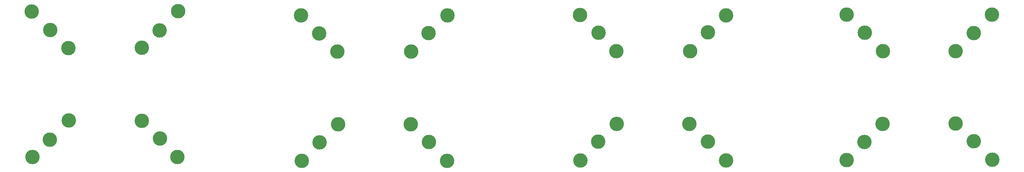
<source format=gbr>
G04 #@! TF.FileFunction,Paste,Bot*
%FSLAX46Y46*%
G04 Gerber Fmt 4.6, Leading zero omitted, Abs format (unit mm)*
G04 Created by KiCad (PCBNEW 4.0.6) date 05/08/17 10:58:46*
%MOMM*%
%LPD*%
G01*
G04 APERTURE LIST*
%ADD10C,0.100000*%
%ADD11C,2.540000*%
%ADD12C,3.175000*%
G04 APERTURE END LIST*
D10*
D11*
X225707100Y-117285900D03*
D12*
X225707100Y-117285900D03*
D11*
X249703100Y-117110900D03*
D12*
X249703100Y-117110900D03*
D11*
X249700100Y-93294900D03*
D12*
X249700100Y-93294900D03*
D11*
X225779100Y-93237900D03*
D12*
X225779100Y-93237900D03*
D11*
X245730100Y-113257900D03*
D12*
X245730100Y-113257900D03*
D11*
X229670100Y-113285900D03*
D12*
X229670100Y-113285900D03*
D11*
X245697100Y-97322900D03*
D12*
X245697100Y-97322900D03*
D11*
X229771100Y-97283900D03*
D12*
X229771100Y-97283900D03*
D11*
X253761100Y-121206900D03*
D12*
X253761100Y-121206900D03*
D11*
X221799100Y-121302900D03*
D12*
X221799100Y-121302900D03*
D11*
X253667100Y-89292900D03*
D12*
X253667100Y-89292900D03*
D11*
X221779100Y-89231900D03*
D12*
X221779100Y-89231900D03*
D11*
X191385100Y-93155900D03*
D12*
X191385100Y-93155900D03*
D11*
X167376100Y-117190900D03*
D12*
X167376100Y-117190900D03*
D11*
X171471100Y-113312900D03*
D12*
X171471100Y-113312900D03*
D11*
X187502100Y-97344900D03*
D12*
X187502100Y-97344900D03*
D11*
X195380100Y-89398900D03*
D12*
X195380100Y-89398900D03*
D11*
X163489100Y-121348900D03*
D12*
X163489100Y-121348900D03*
D11*
X130325100Y-117333900D03*
D12*
X130325100Y-117333900D03*
D11*
X106321100Y-117338900D03*
D12*
X106321100Y-117338900D03*
D11*
X130194100Y-93289900D03*
D12*
X130194100Y-93289900D03*
D11*
X106259100Y-93409900D03*
D12*
X106259100Y-93409900D03*
D11*
X126306100Y-113411900D03*
D12*
X126306100Y-113411900D03*
D11*
X110398100Y-113399900D03*
D12*
X110398100Y-113399900D03*
D11*
X126394100Y-97417900D03*
D12*
X126394100Y-97417900D03*
D11*
X110263100Y-97419900D03*
D12*
X110263100Y-97419900D03*
D11*
X134288100Y-121406900D03*
D12*
X134288100Y-121406900D03*
D11*
X102400100Y-121407900D03*
D12*
X102400100Y-121407900D03*
D11*
X134339100Y-89424900D03*
D12*
X134339100Y-89424900D03*
D11*
X102272100Y-89399900D03*
D12*
X102272100Y-89399900D03*
D11*
X71401300Y-116571300D03*
D12*
X71401300Y-116571300D03*
D11*
X47261300Y-116752300D03*
D12*
X47261300Y-116752300D03*
D11*
X71290300Y-92702300D03*
D12*
X71290300Y-92702300D03*
D11*
X47340300Y-92642300D03*
D12*
X47340300Y-92642300D03*
D11*
X67356300Y-112598300D03*
D12*
X67356300Y-112598300D03*
D11*
X51364300Y-112586300D03*
D12*
X51364300Y-112586300D03*
D11*
X67405300Y-96581300D03*
D12*
X67405300Y-96581300D03*
D11*
X51258300Y-96607300D03*
D12*
X51258300Y-96607300D03*
D11*
X43241300Y-88630300D03*
D12*
X43241300Y-88630300D03*
D11*
X43386300Y-120553300D03*
D12*
X43386300Y-120553300D03*
D11*
X75205300Y-120580300D03*
D12*
X75205300Y-120580300D03*
D11*
X75370300Y-88548300D03*
D12*
X75370300Y-88548300D03*
D11*
X187325100Y-113335900D03*
D12*
X187325100Y-113335900D03*
D11*
X171340500Y-97318500D03*
D12*
X171340500Y-97318500D03*
D11*
X167453500Y-93243700D03*
D12*
X167453500Y-93243700D03*
D11*
X191409300Y-117206700D03*
D12*
X191409300Y-117206700D03*
D11*
X163367300Y-89364100D03*
D12*
X163367300Y-89364100D03*
D11*
X195379300Y-121331900D03*
D12*
X195379300Y-121331900D03*
M02*

</source>
